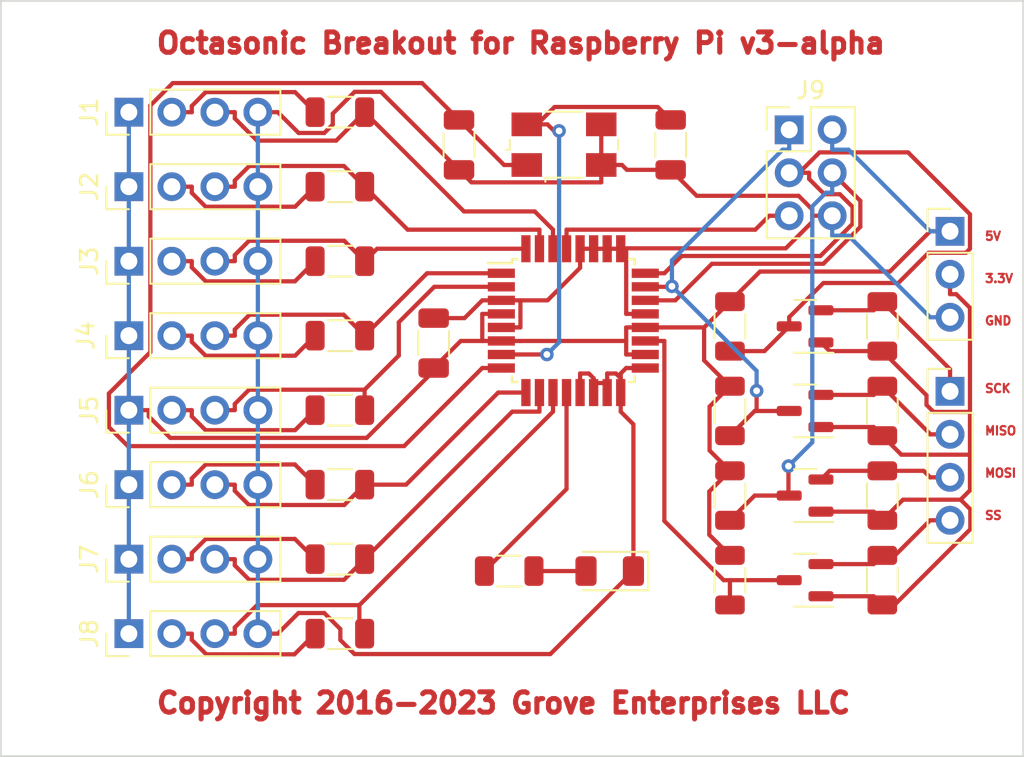
<source format=kicad_pcb>
(kicad_pcb (version 20221018) (generator pcbnew)
  (layers (0 "F.Cu" signal) (31 "B.Cu" signal) (34 "B.Paste" user) (35 "F.Paste" user) (36 "B.SilkS" user "B.Silkscreen") (37 "F.SilkS" user "F.Silkscreen") (38 "B.Mask" user) (39 "F.Mask" user) (44 "Edge.Cuts" user))
  (net 0 "")
  (net 1 "+5V")
  (net 2 "Net-(J1-Pin_2)")
  (net 3 "/PD0")
  (net 4 "GND")
  (net 5 "/PD3")
  (net 6 "/PD4")
  (net 7 "Net-(U1-XTAL1{slash}PB6)")
  (net 8 "Net-(U1-XTAL2{slash}PB7)")
  (net 9 "/PD5")
  (net 10 "/PD6")
  (net 11 "/PD7")
  (net 12 "Net-(D1-A)")
  (net 13 "/MISO_HV")
  (net 14 "/SCK_HV")
  (net 15 "/MOSI_HV")
  (net 16 "/RESET")
  (net 17 "+3.3V")
  (net 18 "/MISO_LV")
  (net 19 "/MOSI_LV")
  (net 20 "/SCK_LV")
  (net 21 "/SS_LV")
  (net 22 "/SS_HV")
  (net 23 "Net-(U1-PB0)")
  (net 24 "/PD1")
  (net 25 "/PD2")
  (net 26 "Net-(J2-Pin_2)")
  (net 27 "Net-(J3-Pin_2)")
  (net 28 "Net-(J4-Pin_2)")
  (net 29 "Net-(J5-Pin_2)")
  (net 30 "Net-(J6-Pin_2)")
  (net 31 "Net-(J7-Pin_2)")
  (net 32 "Net-(J8-Pin_2)")
  (footprint "Resistor_SMD:R_1206_3216Metric" (layer "F.Cu") (at 171.4625 64.6853)
    (fp_text reference "R3" hide)
    (fp_text value "2.2k")
  )
  (footprint "Resistor_SMD:R_1206_3216Metric" (layer "F.Cu") (at 171.4625 82.296)
    (fp_text reference "R7" hide)
    (fp_text value "2.2k")
  )
  (footprint "Connector_PinHeader_2.54mm:PinHeader_1x04_P2.54mm_Vertical" (layer "F.Cu") (at 159 82.296 90)
    (fp_text reference "J7")
    (fp_text value "Conn_01x04_Pin" hide)
  )
  (footprint "Connector_PinHeader_2.54mm:PinHeader_1x04_P2.54mm_Vertical" (layer "F.Cu") (at 159 86.6987 90)
    (fp_text reference "J8")
    (fp_text value "Conn_01x04_Pin" hide)
  )
  (footprint "Connector_PinHeader_2.54mm:PinHeader_1x04_P2.54mm_Vertical" (layer "F.Cu") (at 159 77.8933 90)
    (fp_text reference "J6")
    (fp_text value "Conn_01x04_Pin" hide)
  )
  (footprint "Connector_PinHeader_2.54mm:PinHeader_1x04_P2.54mm_Vertical" (layer "F.Cu") (at 159 64.6853 90)
    (fp_text reference "J3")
    (fp_text value "Conn_01x04_Pin" hide)
  )
  (footprint "Connector_PinHeader_2.54mm:PinHeader_1x04_P2.54mm_Vertical" (layer "F.Cu") (at 159 73.4907 90)
    (fp_text reference "J5")
    (fp_text value "Conn_01x04_Pin" hide)
  )
  (footprint "MountingHole:MountingHole_2.1mm" (layer "F.Cu") (at 207 52.5)
    (fp_text reference "drill2" hide)
    (fp_text value "MountingHole_2.1mm" hide)
  )
  (footprint "Connector_PinHeader_2.54mm:PinHeader_1x04_P2.54mm_Vertical" (layer "F.Cu") (at 159 69.088 90)
    (fp_text reference "J4")
    (fp_text value "Conn_01x04_Pin" hide)
  )
  (footprint "MountingHole:MountingHole_2.1mm" (layer "F.Cu") (at 207 90.5)
    (fp_text reference "drill4" hide)
    (fp_text value "MountingHole_2.1mm" hide)
  )
  (footprint "Resistor_SMD:R_1206_3216Metric" (layer "F.Cu") (at 171.4625 69.088)
    (fp_text reference "R4" hide)
    (fp_text value "2.2k")
  )
  (footprint "Resistor_SMD:R_1206_3216Metric" (layer "F.Cu") (at 194.5 73.5375 90)
    (fp_text reference "R13" hide)
    (fp_text value "10k")
  )
  (footprint "Package_TO_SOT_SMD:SOT-23" (layer "F.Cu") (at 198.9375 78.5375 180)
    (fp_text reference "Q1" hide)
    (fp_text value "BSS138" hide)
  )
  (footprint "Resistor_SMD:R_1206_3216Metric" (layer "F.Cu") (at 171.4625 60.2827)
    (fp_text reference "R2" hide)
    (fp_text value "2.2k")
  )
  (footprint "Capacitor_SMD:C_1206_3216Metric" (layer "F.Cu") (at 191 57.8125 -90)
    (fp_text reference "C2" hide)
    (fp_text value "22pF")
  )
  (footprint "Resistor_SMD:R_1206_3216Metric" (layer "F.Cu") (at 171.4625 77.8933)
    (fp_text reference "R6" hide)
    (fp_text value "2.2k")
  )
  (footprint "Resistor_SMD:R_1206_3216Metric" (layer "F.Cu") (at 171.4625 73.4907)
    (fp_text reference "R5" hide)
    (fp_text value "2.2k")
  )
  (footprint "Connector_PinHeader_2.54mm:PinHeader_2x03_P2.54mm_Vertical" (layer "F.Cu") (at 198 56.92)
    (fp_text reference "J9")
    (fp_text value "AVR-ISP-6" hide)
  )
  (footprint "Resistor_SMD:R_1206_3216Metric" (layer "F.Cu") (at 181.4625 83 180)
    (fp_text reference "R11" hide)
    (fp_text value "330")
  )
  (footprint "Resistor_SMD:R_1206_3216Metric" (layer "F.Cu") (at 194.5 83.5375 90)
    (fp_text reference "R17" hide)
    (fp_text value "10k")
  )
  (footprint "Capacitor_SMD:C_1206_3216Metric" (layer "F.Cu") (at 177 69.525 90)
    (fp_text reference "C3" hide)
    (fp_text value "0.1uF")
  )
  (footprint "Crystal:Crystal_SMD_0603-4Pin_6.0x3.5mm" (layer "F.Cu") (at 184.7 57.8)
    (fp_text reference "Y1" hide)
    (fp_text value "Crystal_GND23" hide)
  )
  (footprint "Connector_PinHeader_2.54mm:PinHeader_1x04_P2.54mm_Vertical" (layer "F.Cu") (at 159 55.88 90)
    (fp_text reference "J1")
    (fp_text value "Conn_01x04_Pin" hide)
  )
  (footprint "Resistor_SMD:R_1206_3216Metric" (layer "F.Cu") (at 203.5 68.5375 -90)
    (fp_text reference "R14" hide)
    (fp_text value "10k")
  )
  (footprint "Connector_PinHeader_2.54mm:PinHeader_1x04_P2.54mm_Vertical" (layer "F.Cu") (at 207.5 72.38)
    (fp_text reference "J11" hide)
    (fp_text value "Conn_01x04_Pin" hide)
  )
  (footprint "Resistor_SMD:R_1206_3216Metric" (layer "F.Cu") (at 203.5 78.5375 -90)
    (fp_text reference "R9" hide)
    (fp_text value "10k")
  )
  (footprint "Capacitor_SMD:C_1206_3216Metric" (layer "F.Cu") (at 178.5 57.8125 -90)
    (fp_text reference "C1" hide)
    (fp_text value "22pF")
  )
  (footprint "MountingHole:MountingHole_2.1mm" (layer "F.Cu") (at 155 52.5)
    (fp_text reference "drill1" hide)
    (fp_text value "MountingHole_2.1mm" hide)
  )
  (footprint "Resistor_SMD:R_1206_3216Metric" (layer "F.Cu") (at 203.5 73.5375 -90)
    (fp_text reference "R12" hide)
    (fp_text value "10k")
  )
  (footprint "Resistor_SMD:R_1206_3216Metric" (layer "F.Cu") (at 203.5 83.5375 -90)
    (fp_text reference "R16" hide)
    (fp_text value "10k")
  )
  (footprint "Connector_PinHeader_2.54mm:PinHeader_1x04_P2.54mm_Vertical" (layer "F.Cu") (at 159 60.2827 90)
    (fp_text reference "J2")
    (fp_text value "Conn_01x04_Pin" hide)
  )
  (footprint "LED_SMD:LED_1206_3216Metric" (layer "F.Cu") (at 187.4 83 180)
    (fp_text reference "D1" hide)
    (fp_text value "LED")
  )
  (footprint "Connector_PinHeader_2.54mm:PinHeader_1x03_P2.54mm_Vertical" (layer "F.Cu") (at 207.5 62.92)
    (fp_text reference "J10" hide)
    (fp_text value "Conn_01x03_Pin" hide)
  )
  (footprint "Package_QFP:TQFP-32_7x7mm_P0.8mm" (layer "F.Cu") (at 185.25 68.2)
    (fp_text reference "U1" hide)
    (fp_text value "ATmega328-A" hide)
  )
  (footprint "Package_TO_SOT_SMD:SOT-23" (layer "F.Cu") (at 198.9375 83.5375 180)
    (fp_text reference "Q4" hide)
    (fp_text value "BSS138" hide)
  )
  (footprint "Package_TO_SOT_SMD:SOT-23" (layer "F.Cu") (at 198.9375 68.5375 180)
    (fp_text reference "Q3" hide)
    (fp_text value "BSS138" hide)
  )
  (footprint "Resistor_SMD:R_1206_3216Metric" (layer "F.Cu") (at 194.5 78.5375 90)
    (fp_text reference "R10" hide)
    (fp_text value "10k")
  )
  (footprint "Package_TO_SOT_SMD:SOT-23" (layer "F.Cu") (at 198.9375 73.5375 180)
    (fp_text reference "Q2" hide)
    (fp_text value "BSS138" hide)
  )
  (footprint "Resistor_SMD:R_1206_3216Metric" (layer "F.Cu") (at 171.4625 86.6987)
    (fp_text reference "R8" hide)
    (fp_text value "2.2k")
  )
  (footprint "MountingHole:MountingHole_2.1mm" (layer "F.Cu") (at 155 90.5)
    (fp_text reference "drill3" hide)
    (fp_text value "MountingHole_2.1mm" hide)
  )
  (footprint "Resistor_SMD:R_1206_3216Metric" (layer "F.Cu") (at 194.5 68.5375 90)
    (fp_text reference "R15" hide)
    (fp_text value "10k")
  )
  (footprint "Resistor_SMD:R_1206_3216Metric" (layer "F.Cu") (at 171.4625 55.88)
    (fp_text reference "R1" hide)
    (fp_text value "2.2k")
  )
  (gr_rect (start 151.44 49.3) (end 211.82 93.94) (stroke (width 0.1)) (fill none) (layer "Edge.Cuts"))
  (gr_text "Octasonic Breakout for Raspberry Pi v3-alpha" (at 160.5 52.5) (layer "F.Cu") (effects (font (size 1.2 1.2) (thickness 0.3) bold) (justify left bottom)))
  (gr_text "5V" (at 209.5 63.5) (layer "F.Cu") (effects (font (size 0.5 0.5) (thickness 0.125) bold) (justify left bottom)))
  (gr_text "MOSI" (at 209.5 77.5) (layer "F.Cu") (effects (font (size 0.5 0.5) (thickness 0.125) bold) (justify left bottom)))
  (gr_text "GND" (at 209.5 68.5) (layer "F.Cu") (effects (font (size 0.5 0.5) (thickness 0.125) bold) (justify left bottom)))
  (gr_text "MISO" (at 209.5 75) (layer "F.Cu") (effects (font (size 0.5 0.5) (thickness 0.125) bold) (justify left bottom)))
  (gr_text "Copyright 2016-2023 Grove Enterprises LLC" (at 160.5 91.5) (layer "F.Cu") (effects (font (size 1.2 1.2) (thickness 0.3) bold) (justify left bottom)))
  (gr_text "SCK" (at 209.5 72.5) (layer "F.Cu") (effects (font (size 0.5 0.5) (thickness 0.125) bold) (justify left bottom)))
  (gr_text "3.3V\n" (at 209.5 66) (layer "F.Cu") (effects (font (size 0.5 0.5) (thickness 0.125) bold) (justify left bottom)))
  (gr_text "SS" (at 209.5 80) (layer "F.Cu") (effects (font (size 0.5 0.5) (thickness 0.125) bold) (justify left bottom)))
  (segment (start 179.8731 69.4) (end 181 69.4) (width 0.25) (layer "F.Cu") (net 1))
  (segment (start 193.2795 80.8545) (end 193.2795 78.2955) (width 0.25) (layer "F.Cu") (net 1))
  (segment (start 188.3731 69.4) (end 182.1269 69.4) (width 0.25) (layer "F.Cu") (net 1))
  (segment (start 194.5 82.075) (end 193.2795 80.8545) (width 0.25) (layer "F.Cu") (net 1))
  (segment (start 196.2768 65.2982) (end 203.9449 65.2982) (width 0.25) (layer "F.Cu") (net 1))
  (segment (start 193.2971 75.8721) (end 193.2971 73.2779) (width 0.25) (layer "F.Cu") (net 1))
  (segment (start 173.0457 75.1293) (end 177 71.175) (width 0.25) (layer "F.Cu") (net 1))
  (segment (start 193.2971 73.2779) (end 194.5 72.075) (width 0.25) (layer "F.Cu") (net 1))
  (segment (start 194.5 67.075) (end 192.975 68.6) (width 0.25) (layer "F.Cu") (net 1))
  (segment (start 203.9449 65.2982) (end 206.3231 62.92) (width 0.25) (layer "F.Cu") (net 1))
  (segment (start 177 71) (end 178.6 69.4) (width 0.25) (layer "F.Cu") (net 1))
  (segment (start 194.5 77.075) (end 193.2971 75.8721) (width 0.25) (layer "F.Cu") (net 1))
  (segment (start 161.4477 75.1293) (end 173.0457 75.1293) (width 0.25) (layer "F.Cu") (net 1))
  (segment (start 189.5 68.6) (end 188.3731 68.6) (width 0.25) (layer "F.Cu") (net 1))
  (segment (start 189.5 70.2) (end 188.3731 70.2) (width 0.25) (layer "F.Cu") (net 1))
  (segment (start 188.3731 68.6) (end 188.3731 69.4) (width 0.25) (layer "F.Cu") (net 1))
  (segment (start 181 67.8) (end 179.8731 67.8) (width 0.25) (layer "F.Cu") (net 1))
  (segment (start 189.8226 68.6) (end 190.5059 68.6) (width 0.25) (layer "F.Cu") (net 1))
  (segment (start 160.1769 73.4907) (end 160.1769 73.8585) (width 0.25) (layer "F.Cu") (net 1))
  (segment (start 179.8731 69.4) (end 179.8731 67.8) (width 0.25) (layer "F.Cu") (net 1))
  (segment (start 160.1769 73.8585) (end 161.4477 75.1293) (width 0.25) (layer "F.Cu") (net 1))
  (segment (start 192.975 68.6) (end 190.5059 68.6) (width 0.25) (layer "F.Cu") (net 1))
  (segment (start 188.3731 69.4) (end 188.3731 70.2) (width 0.25) (layer "F.Cu") (net 1))
  (segment (start 177 71.175) (end 177 71) (width 0.25) (layer "F.Cu") (net 1))
  (segment (start 189.8226 68.6) (end 189.5 68.6) (width 0.25) (layer "F.Cu") (net 1))
  (segment (start 159 73.4907) (end 160.1769 73.4907) (width 0.25) (layer "F.Cu") (net 1))
  (segment (start 178.6 69.4) (end 179.8731 69.4) (width 0.25) (layer "F.Cu") (net 1))
  (segment (start 207.5 62.92) (end 206.3231 62.92) (width 0.25) (layer "F.Cu") (net 1))
  (segment (start 193.2795 78.2955) (end 194.5 77.075) (width 0.25) (layer "F.Cu") (net 1))
  (segment (start 194.5 67.075) (end 196.2768 65.2982) (width 0.25) (layer "F.Cu") (net 1))
  (segment (start 181 69.4) (end 182.1269 69.4) (width 0.25) (layer "F.Cu") (net 1))
  (segment (start 192.975 68.6) (end 192.975 70.55) (width 0.25) (layer "F.Cu") (net 1))
  (segment (start 192.975 70.55) (end 194.5 72.075) (width 0.25) (layer "F.Cu") (net 1))
  (segment (start 206.3231 62.92) (end 201.5 58.0969) (width 0.25) (layer "B.Cu") (net 1))
  (segment (start 201.5 58.0969) (end 200.54 58.0969) (width 0.25) (layer "B.Cu") (net 1))
  (segment (start 207.5 62.92) (end 206.3231 62.92) (width 0.25) (layer "B.Cu") (net 1))
  (segment (start 159 60.2827) (end 159 64.6853) (width 0.25) (layer "B.Cu") (net 1))
  (segment (start 159 55.88) (end 159 60.2827) (width 0.25) (layer "B.Cu") (net 1))
  (segment (start 159 77.8933) (end 159 82.296) (width 0.25) (layer "B.Cu") (net 1))
  (segment (start 159 69.088) (end 159 73.4907) (width 0.25) (layer "B.Cu") (net 1))
  (segment (start 159 73.4907) (end 159 77.8933) (width 0.25) (layer "B.Cu") (net 1))
  (segment (start 159 64.6853) (end 159 69.088) (width 0.25) (layer "B.Cu") (net 1))
  (segment (start 200.54 56.92) (end 200.54 58.0969) (width 0.25) (layer "B.Cu") (net 1))
  (segment (start 159 86.6987) (end 159 82.296) (width 0.25) (layer "B.Cu") (net 1))
  (segment (start 163.52 54.7091) (end 163.5222 54.7091) (width 0.25) (layer "F.Cu") (net 2))
  (segment (start 163.5222 54.7091) (end 163.5364 54.6949) (width 0.25) (layer "F.Cu") (net 2))
  (segment (start 168.8149 54.6949) (end 170 55.88) (width 0.25) (layer "F.Cu") (net 2))
  (segment (start 161.54 55.88) (end 162.7169 55.88) (width 0.25) (layer "F.Cu") (net 2))
  (segment (start 162.7169 55.88) (end 162.7169 55.5122) (width 0.25) (layer "F.Cu") (net 2))
  (segment (start 162.7169 55.5122) (end 163.52 54.7091) (width 0.25) (layer "F.Cu") (net 2))
  (segment (start 163.5364 54.6949) (end 168.8149 54.6949) (width 0.25) (layer "F.Cu") (net 2))
  (segment (start 184.05 63.95) (end 184.05 62.8231) (width 0.25) (layer "F.Cu") (net 3))
  (segment (start 172.925 55.88) (end 171.2448 57.5602) (width 0.25) (layer "F.Cu") (net 3))
  (segment (start 184.05 62.8231) (end 182.9724 61.7455) (width 0.25) (layer "F.Cu") (net 3))
  (segment (start 164.08 55.88) (end 165.2569 55.88) (width 0.25) (layer "F.Cu") (net 3))
  (segment (start 178.7905 61.7455) (end 172.925 55.88) (width 0.25) (layer "F.Cu") (net 3))
  (segment (start 165.2569 56.2478) (end 165.2569 55.88) (width 0.25) (layer "F.Cu") (net 3))
  (segment (start 166.5693 57.5602) (end 165.2569 56.2478) (width 0.25) (layer "F.Cu") (net 3))
  (segment (start 182.9724 61.7455) (end 178.7905 61.7455) (width 0.25) (layer "F.Cu") (net 3))
  (segment (start 171.2448 57.5602) (end 166.5693 57.5602) (width 0.25) (layer "F.Cu") (net 3))
  (segment (start 200.54 62) (end 199.3631 62) (width 0.25) (layer "F.Cu") (net 4))
  (segment (start 188.05 72.45) (end 188.05 73.5769) (width 0.25) (layer "F.Cu") (net 4))
  (segment (start 188.8 74.3269) (end 188.8 83) (width 0.25) (layer "F.Cu") (net 4))
  (segment (start 187.25 63.95) (end 188.05 63.95) (width 0.25) (layer "F.Cu") (net 4))
  (segment (start 183.8953 87.9047) (end 188.8 83) (width 0.25) (layer "F.Cu") (net 4))
  (segment (start 187.25 71.8865) (end 186.45 71.8865) (width 0.25) (layer "F.Cu") (net 4))
  (segment (start 188.05 63.95) (end 188.3731 63.95) (width 0.25) (layer "F.Cu") (net 4))
  (segment (start 191 59.2875) (end 188.4144 59.2875) (width 0.25) (layer "F.Cu") (net 4))
  (segment (start 192.5356 60.8231) (end 191 59.2875) (width 0.25) (layer "F.Cu") (net 4))
  (segment (start 172.3343 54.6771) (end 171.0442 55.9672) (width 0.25) (layer "F.Cu") (net 4))
  (segment (start 171.4911 87.0703) (end 172.3255 87.9047) (width 0.25) (layer "F.Cu") (net 4))
  (segment (start 170.545 85.4805) (end 171.4911 86.4266) (width 0.25) (layer "F.Cu") (net 4))
  (segment (start 169.0252 57.1083) (end 167.7969 55.88) (width 0.25) (layer "F.Cu") (net 4))
  (segment (start 197.8007 63.9254) (end 188.3977 63.9254) (width 0.25) (layer "F.Cu") (net 4))
  (segment (start 179.2394 60.0269) (end 178.5 59.2875) (width 0.25) (layer "F.Cu") (net 4))
  (segment (start 199.3631 62) (end 199.3631 61.6321) (width 0.25) (layer "F.Cu") (net 4))
  (segment (start 188.3731 71) (end 188.05 71.3231) (width 0.25) (layer "F.Cu") (net 4))
  (segment (start 187.25 71.8865) (end 187.25 71.3231) (width 0.25) (layer "F.Cu") (net 4))
  (segment (start 199.3631 62.363) (end 197.8007 63.9254) (width 0.25) (layer "F.Cu") (net 4))
  (segment (start 199.3631 61.6321) (end 198.5541 60.8231) (width 0.25) (layer "F.Cu") (net 4))
  (segment (start 171.0442 56.6091) (end 170.545 57.1083) (width 0.25) (layer "F.Cu") (net 4))
  (segment (start 178.8231 68.05) (end 177 68.05) (width 0.25) (layer "F.Cu") (net 4))
  (segment (start 188.3731 63.95) (end 188.3731 67.8) (width 0.25) (layer "F.Cu") (net 4))
  (segment (start 187.7684 71.3231) (end 187.25 71.3231) (width 0.25) (layer "F.Cu") (net 4))
  (segment (start 181 67) (end 182.1269 67) (width 0.25) (layer "F.Cu") (net 4))
  (segment (start 181 68.6) (end 182.1269 68.6) (width 0.25) (layer "F.Cu") (net 4))
  (segment (start 186.9 60.0269) (end 179.2394 60.0269) (width 0.25) (layer "F.Cu") (net 4))
  (segment (start 166.62 86.6987) (end 167.7969 86.6987) (width 0.25) (layer "F.Cu") (net 4))
  (segment (start 187.25 72.45) (end 187.25 71.8865) (width 0.25) (layer "F.Cu") (net 4))
  (segment (start 188.05 71.8865) (end 188.05 71.6047) (width 0.25) (layer "F.Cu") (net 4))
  (segment (start 188.05 72.45) (end 188.05 71.8865) (width 0.25) (layer "F.Cu") (net 4))
  (segment (start 183.7269 67) (end 185.65 65.0769) (width 0.25) (layer "F.Cu") (net 4))
  (segment (start 166.62 55.88) (end 167.7969 55.88) (width 0.25) (layer "F.Cu") (net 4))
  (segment (start 182.1269 67) (end 183.7269 67) (width 0.25) (layer "F.Cu") (net 4))
  (segment (start 167.7969 86.6987) (end 169.0151 85.4805) (width 0.25) (layer "F.Cu") (net 4))
  (segment (start 189.5 71) (end 188.3731 71) (width 0.25) (layer "F.Cu") (net 4))
  (segment (start 172.3255 87.9047) (end 183.8953 87.9047) (width 0.25) (layer "F.Cu") (net 4))
  (segment (start 171.0442 55.9672) (end 171.0442 56.6091) (width 0.25) (layer "F.Cu") (net 4))
  (segment (start 188.05 73.5769) (end 188.8 74.3269) (width 0.25) (layer "F.Cu") (net 4))
  (segment (start 173.8896 54.6771) (end 172.3343 54.6771) (width 0.25) (layer "F.Cu") (net 4))
  (segment (start 185.65 72.45) (end 185.65 71.3231) (width 0.25) (layer "F.Cu") (net 4))
  (segment (start 188.3977 63.9254) (end 188.3731 63.95) (width 0.25) (layer "F.Cu") (net 4))
  (segment (start 189.5 67.8) (end 188.3731 67.8) (width 0.25) (layer "F.Cu") (net 4))
  (segment (start 185.65 63.95) (end 186.45 63.95) (width 0.25) (layer "F.Cu") (net 4))
  (segment (start 188.4144 59.2875) (end 188.1269 59) (width 0.25) (layer "F.Cu") (net 4))
  (segment (start 182.1269 68.6) (end 182.1269 67) (width 0.25) (layer "F.Cu") (net 4))
  (segment (start 186.9 56.6) (end 186.9 59) (width 0.25) (layer "F.Cu") (net 4))
  (segment (start 171.4911 86.4266) (end 171.4911 87.0703) (width 0.25) (layer "F.Cu") (net 4))
  (segment (start 198.5541 60.8231) (end 192.5356 60.8231) (width 0.25) (layer "F.Cu") (net 4))
  (segment (start 186.45 72.45) (end 186.45 71.8865) (width 0.25) (layer "F.Cu") (net 4))
  (segment (start 186.45 63.95) (end 187.25 63.95) (width 0.25) (layer "F.Cu") (net 4))
  (segment (start 186.45 71.8865) (end 186.45 71.6047) (width 0.25) (layer "F.Cu") (net 4))
  (segment (start 188.05 71.6047) (end 188.05 71.3231) (width 0.25) (layer "F.Cu") (net 4))
  (segment (start 179.8731 67) (end 178.8231 68.05) (width 0.25) (layer "F.Cu") (net 4))
  (segment (start 188.05 71.6047) (end 187.7684 71.3231) (width 0.25) (layer "F.Cu") (net 4))
  (segment (start 199.3631 62) (end 199.3631 62.363) (width 0.25) (layer "F.Cu") (net 4))
  (segment (start 169.0151 85.4805) (end 170.545 85.4805) (width 0.25) (layer "F.Cu") (net 4))
  (segment (start 178.5 59.2875) (end 173.8896 54.6771) (width 0.25) (layer "F.Cu") (net 4))
  (segment (start 185.65 63.95) (end 185.65 65.0769) (width 0.25) (layer "F.Cu") (net 4))
  (segment (start 170.545 57.1083) (end 169.0252 57.1083) (width 0.25) (layer "F.Cu") (net 4))
  (segment (start 186.1684 71.3231) (end 185.65 71.3231) (width 0.25) (layer "F.Cu") (net 4))
  (segment (start 181 67) (end 179.8731 67) (width 0.25) (layer "F.Cu") (net 4))
  (segment (start 186.9 59) (end 188.1269 59) (width 0.25) (layer "F.Cu") (net 4))
  (segment (start 186.9 59) (end 186.9 60.0269) (width 0.25) (layer "F.Cu") (net 4))
  (segment (start 186.45 71.6047) (end 186.1684 71.3231) (width 0.25) (layer "F.Cu") (net 4))
  (segment (start 166.62 86.6987) (end 166.62 82.296) (width 0.25) (layer "B.Cu") (net 4))
  (segment (start 206.3231 68) (end 201.5 63.1769) (width 0.25) (layer "B.Cu") (net 4))
  (segment (start 166.62 60.2827) (end 166.62 64.6853) (width 0.25) (layer "B.Cu") (net 4))
  (segment (start 166.62 55.88) (end 166.62 60.2827) (width 0.25) (layer "B.Cu") (net 4))
  (segment (start 166.62 73.4907) (end 166.62 77.8933) (width 0.25) (layer "B.Cu") (net 4))
  (segment (start 166.62 77.8933) (end 166.62 82.296) (width 0.25) (layer "B.Cu") (net 4))
  (segment (start 207.5 68) (end 206.3231 68) (width 0.25) (layer "B.Cu") (net 4))
  (segment (start 201.5 63.1769) (end 200.54 63.1769) (width 0.25) (layer "B.Cu") (net 4))
  (segment (start 166.62 69.088) (end 166.62 73.4907) (width 0.25) (layer "B.Cu") (net 4))
  (segment (start 200.54 62) (end 200.54 63.1769) (width 0.25) (layer "B.Cu") (net 4))
  (segment (start 166.62 64.6853) (end 166.62 69.088) (width 0.25) (layer "B.Cu") (net 4))
  (segment (start 166.1304 67.8487) (end 165.2569 68.7222) (width 0.25) (layer "F.Cu") (net 5))
  (segment (start 181 65.4) (end 176.613 65.4) (width 0.25) (layer "F.Cu") (net 5))
  (segment (start 172.925 69.088) (end 171.6857 67.8487) (width 0.25) (layer "F.Cu") (net 5))
  (segment (start 165.2569 68.7222) (end 165.2569 69.088) (width 0.25) (layer "F.Cu") (net 5))
  (segment (start 171.6857 67.8487) (end 166.1304 67.8487) (width 0.25) (layer "F.Cu") (net 5))
  (segment (start 176.613 65.4) (end 172.925 69.088) (width 0.25) (layer "F.Cu") (net 5))
  (segment (start 164.08 69.088) (end 165.2569 69.088) (width 0.25) (layer "F.Cu") (net 5))
  (segment (start 165.2569 73.4907) (end 165.2569 73.1229) (width 0.25) (layer "F.Cu") (net 6))
  (segment (start 174.9448 70.2605) (end 172.925 72.2803) (width 0.25) (layer "F.Cu") (net 6))
  (segment (start 172.925 72.2803) (end 172.925 73.4907) (width 0.25) (layer "F.Cu") (net 6))
  (segment (start 166.0995 72.2803) (end 172.925 72.2803) (width 0.25) (layer "F.Cu") (net 6))
  (segment (start 177.04 66.2) (end 174.9448 68.2952) (width 0.25) (layer "F.Cu") (net 6))
  (segment (start 174.9448 68.2952) (end 174.9448 70.2605) (width 0.25) (layer "F.Cu") (net 6))
  (segment (start 181 66.2) (end 177.04 66.2) (width 0.25) (layer "F.Cu") (net 6))
  (segment (start 165.2569 73.1229) (end 166.0995 72.2803) (width 0.25) (layer "F.Cu") (net 6))
  (segment (start 164.08 73.4907) (end 165.2569 73.4907) (width 0.25) (layer "F.Cu") (net 6))
  (segment (start 184.4084 56.9865) (end 184.1134 56.9865) (width 0.25) (layer "F.Cu") (net 7))
  (segment (start 190.2356 55.5731) (end 191 56.3375) (width 0.25) (layer "F.Cu") (net 7))
  (segment (start 184.1404 55.5731) (end 190.2356 55.5731) (width 0.25) (layer "F.Cu") (net 7))
  (segment (start 183.1135 56.6) (end 184.1404 55.5731) (width 0.25) (layer "F.Cu") (net 7))
  (segment (start 184.1134 56.9865) (end 183.7269 56.6) (width 0.25) (layer "F.Cu") (net 7))
  (segment (start 182.5 56.6) (end 183.1135 56.6) (width 0.25) (layer "F.Cu") (net 7))
  (segment (start 183.1135 56.6) (end 183.7269 56.6) (width 0.25) (layer "F.Cu") (net 7))
  (segment (start 181 70.2) (end 183.6887 70.2) (width 0.25) (layer "F.Cu") (net 7))
  (via (at 183.6887 70.2) (size 0.8) (drill 0.4) (layers "F.Cu" "B.Cu") (net 7))
  (via (at 184.4084 56.9865) (size 0.8) (drill 0.4) (layers "F.Cu" "B.Cu") (net 7))
  (segment (start 184.4084 56.9865) (end 184.4084 69.4803) (width 0.25) (layer "B.Cu") (net 7))
  (segment (start 184.4084 69.4803) (end 183.6887 70.2) (width 0.25) (layer "B.Cu") (net 7))
  (segment (start 182.5 59) (end 181.1625 59) (width 0.25) (layer "F.Cu") (net 8))
  (segment (start 176.3211 54.1586) (end 161.593 54.1586) (width 0.25) (layer "F.Cu") (net 8))
  (segment (start 175.2573 75.6158) (end 179.8731 71) (width 0.25) (layer "F.Cu") (net 8))
  (segment (start 157.8231 72.5053) (end 157.8231 74.4961) (width 0.25) (layer "F.Cu") (net 8))
  (segment (start 161.593 54.1586) (end 160.27 55.4816) (width 0.25) (layer "F.Cu") (net 8))
  (segment (start 160.27 70.0584) (end 157.8231 72.5053) (width 0.25) (layer "F.Cu") (net 8))
  (segment (start 158.9428 75.6158) (end 175.2573 75.6158) (width 0.25) (layer "F.Cu") (net 8))
  (segment (start 181 71) (end 179.8731 71) (width 0.25) (layer "F.Cu") (net 8))
  (segment (start 181.1625 59) (end 178.5 56.3375) (width 0.25) (layer "F.Cu") (net 8))
  (segment (start 160.27 55.4816) (end 160.27 70.0584) (width 0.25) (layer "F.Cu") (net 8))
  (segment (start 178.5 56.3375) (end 176.3211 54.1586) (width 0.25) (layer "F.Cu") (net 8))
  (segment (start 157.8231 74.4961) (end 158.9428 75.6158) (width 0.25) (layer "F.Cu") (net 8))
  (segment (start 165.2569 78.2591) (end 165.2569 77.8933) (width 0.25) (layer "F.Cu") (net 9))
  (segment (start 171.7218 79.0965) (end 166.0943 79.0965) (width 0.25) (layer "F.Cu") (net 9))
  (segment (start 164.08 77.8933) (end 165.2569 77.8933) (width 0.25) (layer "F.Cu") (net 9))
  (segment (start 166.0943 79.0965) (end 165.2569 78.2591) (width 0.25) (layer "F.Cu") (net 9))
  (segment (start 182.45 72.45) (end 180.814 72.45) (width 0.25) (layer "F.Cu") (net 9))
  (segment (start 172.925 77.8933) (end 171.7218 79.0965) (width 0.25) (layer "F.Cu") (net 9))
  (segment (start 180.814 72.45) (end 175.3707 77.8933) (width 0.25) (layer "F.Cu") (net 9))
  (segment (start 175.3707 77.8933) (end 172.925 77.8933) (width 0.25) (layer "F.Cu") (net 9))
  (segment (start 164.08 82.296) (end 165.2569 82.296) (width 0.25) (layer "F.Cu") (net 10))
  (segment (start 171.7059 83.5151) (end 172.925 82.296) (width 0.25) (layer "F.Cu") (net 10))
  (segment (start 183.25 72.45) (end 183.25 73.5769) (width 0.25) (layer "F.Cu") (net 10))
  (segment (start 183.25 73.5769) (end 181.6441 73.5769) (width 0.25) (layer "F.Cu") (net 10))
  (segment (start 165.2569 82.296) (end 165.2569 82.6638) (width 0.25) (layer "F.Cu") (net 10))
  (segment (start 181.6441 73.5769) (end 172.925 82.296) (width 0.25) (layer "F.Cu") (net 10))
  (segment (start 166.1082 83.5151) (end 171.7059 83.5151) (width 0.25) (layer "F.Cu") (net 10))
  (segment (start 165.2569 82.6638) (end 166.1082 83.5151) (width 0.25) (layer "F.Cu") (net 10))
  (segment (start 164.08 86.6987) (end 165.2569 86.6987) (width 0.25) (layer "F.Cu") (net 11))
  (segment (start 166.5744 85.0134) (end 172.6135 85.0134) (width 0.25) (layer "F.Cu") (net 11))
  (segment (start 172.6135 86.3872) (end 172.925 86.6987) (width 0.25) (layer "F.Cu") (net 11))
  (segment (start 165.2569 86.3309) (end 166.5744 85.0134) (width 0.25) (layer "F.Cu") (net 11))
  (segment (start 184.05 72.45) (end 184.05 73.5769) (width 0.25) (layer "F.Cu") (net 11))
  (segment (start 172.6135 85.0134) (end 184.05 73.5769) (width 0.25) (layer "F.Cu") (net 11))
  (segment (start 165.2569 86.6987) (end 165.2569 86.3309) (width 0.25) (layer "F.Cu") (net 11))
  (segment (start 172.6135 85.0134) (end 172.6135 86.3872) (width 0.25) (layer "F.Cu") (net 11))
  (segment (start 186 83) (end 182.925 83) (width 0.25) (layer "F.Cu") (net 12))
  (segment (start 196.0758 72.3456) (end 196.0758 73.5375) (width 0.25) (layer "F.Cu") (net 13))
  (segment (start 189.5 66.2) (end 191.0446 66.2) (width 0.25) (layer "F.Cu") (net 13))
  (segment (start 198 73.5375) (end 196.0758 73.5375) (width 0.25) (layer "F.Cu") (net 13))
  (segment (start 195.9625 73.5375) (end 194.5 75) (width 0.25) (layer "F.Cu") (net 13))
  (segment (start 196.0758 73.5375) (end 195.9625 73.5375) (width 0.25) (layer "F.Cu") (net 13))
  (segment (start 191.0446 66.2) (end 191.0749 66.1697) (width 0.25) (layer "F.Cu") (net 13))
  (via (at 191.0749 66.1697) (size 0.8) (drill 0.4) (layers "F.Cu" "B.Cu") (net 13))
  (via (at 196.0758 72.3456) (size 0.8) (drill 0.4) (layers "F.Cu" "B.Cu") (net 13))
  (segment (start 191.0749 64.6358) (end 197.6138 58.0969) (width 0.25) (layer "B.Cu") (net 13))
  (segment (start 197.6138 58.0969) (end 198 58.0969) (width 0.25) (layer "B.Cu") (net 13))
  (segment (start 191.0749 66.1697) (end 196.0758 71.1706) (width 0.25) (layer "B.Cu") (net 13))
  (segment (start 196.0758 71.1706) (end 196.0758 72.3456) (width 0.25) (layer "B.Cu") (net 13))
  (segment (start 198 56.92) (end 198 58.0969) (width 0.25) (layer "B.Cu") (net 13))
  (segment (start 191.0749 66.1697) (end 191.0749 64.6358) (width 0.25) (layer "B.Cu") (net 13))
  (segment (start 208.6769 61.9131) (end 208.6769 63.9496) (width 0.25) (layer "F.Cu") (net 14))
  (segment (start 208.4365 64.19) (end 206.23 64.19) (width 0.25) (layer "F.Cu") (net 14))
  (segment (start 200.9944 60.73) (end 201.7417 61.4773) (width 0.25) (layer "F.Cu") (net 14))
  (segment (start 191.6481 64.3788) (end 190.6269 65.4) (width 0.25) (layer "F.Cu") (net 14))
  (segment (start 196.5375 70) (end 194.5 70) (width 0.25) (layer "F.Cu") (net 14))
  (segment (start 205.0188 58.255) (end 208.6769 61.9131) (width 0.25) (layer "F.Cu") (net 14))
  (segment (start 189.5 65.4) (end 190.6269 65.4) (width 0.25) (layer "F.Cu") (net 14))
  (segment (start 198 67.9941) (end 198 68.5375) (width 0.25) (layer "F.Cu") (net 14))
  (segment (start 200.0189 65.9752) (end 198 67.9941) (width 0.25) (layer "F.Cu") (net 14))
  (segment (start 199.8411 64.3788) (end 191.6481 64.3788) (width 0.25) (layer "F.Cu") (net 14))
  (segment (start 199.1769 59.8258) (end 200.0811 60.73) (width 0.25) (layer "F.Cu") (net 14))
  (segment (start 204.4448 65.9752) (end 200.0189 65.9752) (width 0.25) (layer "F.Cu") (net 14))
  (segment (start 199.1769 59.46) (end 199.1769 59.8258) (width 0.25) (layer "F.Cu") (net 14))
  (segment (start 206.23 64.19) (end 204.4448 65.9752) (width 0.25) (layer "F.Cu") (net 14))
  (segment (start 198.5885 59.46) (end 199.1769 59.46) (width 0.25) (layer "F.Cu") (net 14))
  (segment (start 198 59.46) (end 198.5885 59.46) (width 0.25) (layer "F.Cu") (net 14))
  (segment (start 198.5885 59.46) (end 199.7935 58.255) (width 0.25) (layer "F.Cu") (net 14))
  (segment (start 201.7417 62.4782) (end 199.8411 64.3788) (width 0.25) (layer "F.Cu") (net 14))
  (segment (start 201.7417 61.4773) (end 201.7417 62.4782) (width 0.25) (layer "F.Cu") (net 14))
  (segment (start 200.0811 60.73) (end 200.9944 60.73) (width 0.25) (layer "F.Cu") (net 14))
  (segment (start 198 68.5375) (end 196.5375 70) (width 0.25) (layer "F.Cu") (net 14))
  (segment (start 208.6769 63.9496) (end 208.4365 64.19) (width 0.25) (layer "F.Cu") (net 14))
  (segment (start 199.7935 58.255) (end 205.0188 58.255) (width 0.25) (layer "F.Cu") (net 14))
  (segment (start 198 78.5375) (end 195.9625 78.5375) (width 0.25) (layer "F.Cu") (net 15))
  (segment (start 202.2011 61.1211) (end 202.2011 62.6579) (width 0.25) (layer "F.Cu") (net 15))
  (segment (start 200.54 59.46) (end 202.2011 61.1211) (width 0.25) (layer "F.Cu") (net 15))
  (segment (start 191.2748 67) (end 189.5 67) (width 0.25) (layer "F.Cu") (net 15))
  (segment (start 197.9563 78.4938) (end 198 78.5375) (width 0.25) (layer "F.Cu") (net 15))
  (segment (start 193.4364 64.8384) (end 191.2748 67) (width 0.25) (layer "F.Cu") (net 15))
  (segment (start 202.2011 62.6579) (end 200.0206 64.8384) (width 0.25) (layer "F.Cu") (net 15))
  (segment (start 195.9625 78.5375) (end 194.5 80) (width 0.25) (layer "F.Cu") (net 15))
  (segment (start 197.9563 76.7967) (end 197.9563 78.4938) (width 0.25) (layer "F.Cu") (net 15))
  (segment (start 200.0206 64.8384) (end 193.4364 64.8384) (width 0.25) (layer "F.Cu") (net 15))
  (via (at 197.9563 76.7967) (size 0.8) (drill 0.4) (layers "F.Cu" "B.Cu") (net 15))
  (segment (start 200.54 59.46) (end 200.54 60.6369) (width 0.25) (layer "B.Cu") (net 15))
  (segment (start 199.3631 75.3899) (end 197.9563 76.7967) (width 0.25) (layer "B.Cu") (net 15))
  (segment (start 200.1721 60.6369) (end 199.3631 61.4459) (width 0.25) (layer "B.Cu") (net 15))
  (segment (start 199.3631 61.4459) (end 199.3631 75.3899) (width 0.25) (layer "B.Cu") (net 15))
  (segment (start 200.54 60.6369) (end 200.1721 60.6369) (width 0.25) (layer "B.Cu") (net 15))
  (segment (start 184.85 62.8231) (end 196 62.8231) (width 0.25) (layer "F.Cu") (net 16))
  (segment (start 196 62.8231) (end 196.8231 62) (width 0.25) (layer "F.Cu") (net 16))
  (segment (start 184.85 63.95) (end 184.85 62.8231) (width 0.25) (layer "F.Cu") (net 16))
  (segment (start 198 62) (end 196.8231 62) (width 0.25) (layer "F.Cu") (net 16))
  (segment (start 203.5 85) (end 202.9875 84.4875) (width 0.25) (layer "F.Cu") (net 17))
  (segment (start 203.5 85) (end 204.2203 85) (width 0.25) (layer "F.Cu") (net 17))
  (segment (start 207.8679 66.6369) (end 208.6769 67.4459) (width 0.25) (layer "F.Cu") (net 17))
  (segment (start 203.5 75) (end 204.6218 76.1218) (width 0.25) (layer "F.Cu") (net 17))
  (segment (start 202.9875 84.4875) (end 199.875 84.4875) (width 0.25) (layer "F.Cu") (net 17))
  (segment (start 208.6974 79.3528) (end 208.1247 78.7801) (width 0.25) (layer "F.Cu") (net 17))
  (segment (start 208.6769 78.2279) (end 208.1247 78.7801) (width 0.25) (layer "F.Cu") (net 17))
  (segment (start 206.1091 73.1784) (end 206.5217 73.591) (width 0.25) (layer "F.Cu") (net 17))
  (segment (start 208.6769 73.591) (end 208.6769 76.1218) (width 0.25) (layer "F.Cu") (net 17))
  (segment (start 200.3875 70) (end 199.875 69.4875) (width 0.25) (layer "F.Cu") (net 17))
  (segment (start 204.6218 76.1218) (end 208.6769 76.1218) (width 0.25) (layer "F.Cu") (net 17))
  (segment (start 203.5 80) (end 202.9875 79.4875) (width 0.25) (layer "F.Cu") (net 17))
  (segment (start 202.9875 79.4875) (end 199.875 79.4875) (width 0.25) (layer "F.Cu") (net 17))
  (segment (start 203.5 75) (end 202.9875 74.4875) (width 0.25) (layer "F.Cu") (net 17))
  (segment (start 204.2203 85) (end 208.6974 80.5229) (width 0.25) (layer "F.Cu") (net 17))
  (segment (start 208.6974 80.5229) (end 208.6974 79.3528) (width 0.25) (layer "F.Cu") (net 17))
  (segment (start 203.5 70) (end 200.3875 70) (width 0.25) (layer "F.Cu") (net 17))
  (segment (start 207.5 65.46) (end 207.5 66.6369) (width 0.25) (layer "F.Cu") (net 17))
  (segment (start 203.5 80) (end 204.7199 78.7801) (width 0.25) (layer "F.Cu") (net 17))
  (segment (start 204.7199 78.7801) (end 208.1247 78.7801) (width 0.25) (layer "F.Cu") (net 17))
  (segment (start 207.5 66.6369) (end 207.8679 66.6369) (width 0.25) (layer "F.Cu") (net 17))
  (segment (start 202.9875 74.4875) (end 199.875 74.4875) (width 0.25) (layer "F.Cu") (net 17))
  (segment (start 208.6769 67.4459) (end 208.6769 73.591) (width 0.25) (layer "F.Cu") (net 17))
  (segment (start 206.1091 72.6091) (end 206.1091 73.1784) (width 0.25) (layer "F.Cu") (net 17))
  (segment (start 203.5 70) (end 206.1091 72.6091) (width 0.25) (layer "F.Cu") (net 17))
  (segment (start 208.6769 76.1218) (end 208.6769 78.2279) (width 0.25) (layer "F.Cu") (net 17))
  (segment (start 206.5217 73.591) (end 208.6769 73.591) (width 0.25) (layer "F.Cu") (net 17))
  (segment (start 207.5 74.92) (end 206.3231 74.92) (width 0.25) (layer "F.Cu") (net 18))
  (segment (start 206.3231 74.92) (end 206.3231 74.8981) (width 0.25) (layer "F.Cu") (net 18))
  (segment (start 206.3231 74.8981) (end 203.5 72.075) (width 0.25) (layer "F.Cu") (net 18))
  (segment (start 203.5 72.075) (end 202.9875 72.5875) (width 0.25) (layer "F.Cu") (net 18))
  (segment (start 202.9875 72.5875) (end 199.875 72.5875) (width 0.25) (layer "F.Cu") (net 18))
  (segment (start 205.9381 77.075) (end 203.5 77.075) (width 0.25) (layer "F.Cu") (net 19))
  (segment (start 200.3875 77.075) (end 199.875 77.5875) (width 0.25) (layer "F.Cu") (net 19))
  (segment (start 207.5 77.46) (end 206.3231 77.46) (width 0.25) (layer "F.Cu") (net 19))
  (segment (start 203.5 77.075) (end 200.3875 77.075) (width 0.25) (layer "F.Cu") (net 19))
  (segment (start 206.3231 77.46) (end 205.9381 77.075) (width 0.25) (layer "F.Cu") (net 19))
  (segment (start 207.5 72.38) (end 207.5 71.2031) (width 0.25) (layer "F.Cu") (net 20))
  (segment (start 207.5 71.2031) (end 207.5 71.075) (width 0.25) (layer "F.Cu") (net 20))
  (segment (start 202.9875 67.5875) (end 203.5 67.075) (width 0.25) (layer "F.Cu") (net 20))
  (segment (start 199.875 67.5875) (end 202.9875 67.5875) (width 0.25) (layer "F.Cu") (net 20))
  (segment (start 207.5 71.075) (end 203.5 67.075) (width 0.25) (layer "F.Cu") (net 20))
  (segment (start 204.2481 82.075) (end 206.3231 80) (width 0.25) (layer "F.Cu") (net 21))
  (segment (start 203.5 82.075) (end 204.2481 82.075) (width 0.25) (layer "F.Cu") (net 21))
  (segment (start 202.9875 82.5875) (end 203.5 82.075) (width 0.25) (layer "F.Cu") (net 21))
  (segment (start 199.875 82.5875) (end 202.9875 82.5875) (width 0.25) (layer "F.Cu") (net 21))
  (segment (start 207.5 80) (end 206.3231 80) (width 0.25) (layer "F.Cu") (net 21))
  (segment (start 189.5 69.4) (end 190.6269 69.4) (width 0.25) (layer "F.Cu") (net 22))
  (segment (start 190.6269 69.4) (end 190.6269 80.0361) (width 0.25) (layer "F.Cu") (net 22))
  (segment (start 190.6269 80.0361) (end 194.1283 83.5375) (width 0.25) (layer "F.Cu") (net 22))
  (segment (start 194.5 83.5375) (end 198 83.5375) (width 0.25) (layer "F.Cu") (net 22))
  (segment (start 194.1283 83.5375) (end 194.5 83.5375) (width 0.25) (layer "F.Cu") (net 22))
  (segment (start 194.5 85) (end 194.5 83.5375) (width 0.25) (layer "F.Cu") (net 22))
  (segment (start 184.85 72.45) (end 184.85 78.15) (width 0.25) (layer "F.Cu") (net 23))
  (segment (start 184.85 78.15) (end 180 83) (width 0.25) (layer "F.Cu") (net 23))
  (segment (start 166.1122 59.0596) (end 171.7019 59.0596) (width 0.25) (layer "F.Cu") (net 24))
  (segment (start 165.2569 59.9149) (end 166.1122 59.0596) (width 0.25) (layer "F.Cu") (net 24))
  (segment (start 171.7019 59.0596) (end 172.925 60.2827) (width 0.25) (layer "F.Cu") (net 24))
  (segment (start 164.08 60.2827) (end 165.2569 60.2827) (width 0.25) (layer "F.Cu") (net 24))
  (segment (start 175.4654 62.8231) (end 172.925 60.2827) (width 0.25) (layer "F.Cu") (net 24))
  (segment (start 183.25 63.95) (end 183.25 62.8231) (width 0.25) (layer "F.Cu") (net 24))
  (segment (start 183.25 62.8231) (end 175.4654 62.8231) (width 0.25) (layer "F.Cu") (net 24))
  (segment (start 165.2569 60.2827) (end 165.2569 59.9149) (width 0.25) (layer "F.Cu") (net 24))
  (segment (start 182.45 63.95) (end 173.6603 63.95) (width 0.25) (layer "F.Cu") (net 25))
  (segment (start 164.08 64.6853) (end 165.2569 64.6853) (width 0.25) (layer "F.Cu") (net 25))
  (segment (start 173.6603 63.95) (end 172.925 64.6853) (width 0.25) (layer "F.Cu") (net 25))
  (segment (start 166.0979 63.4785) (end 165.2569 64.3195) (width 0.25) (layer "F.Cu") (net 25))
  (segment (start 172.925 64.6853) (end 171.7182 63.4785) (width 0.25) (layer "F.Cu") (net 25))
  (segment (start 171.7182 63.4785) (end 166.0979 63.4785) (width 0.25) (layer "F.Cu") (net 25))
  (segment (start 165.2569 64.3195) (end 165.2569 64.6853) (width 0.25) (layer "F.Cu") (net 25))
  (segment (start 161.54 60.2827) (end 162.7169 60.2827) (width 0.25) (layer "F.Cu") (net 26))
  (segment (start 163.5329 61.4665) (end 168.8162 61.4665) (width 0.25) (layer "F.Cu") (net 26))
  (segment (start 162.7169 60.6505) (end 163.5329 61.4665) (width 0.25) (layer "F.Cu") (net 26))
  (segment (start 162.7169 60.2827) (end 162.7169 60.6505) (width 0.25) (layer "F.Cu") (net 26))
  (segment (start 168.8162 61.4665) (end 170 60.2827) (width 0.25) (layer "F.Cu") (net 26))
  (segment (start 162.7169 64.6853) (end 162.7169 65.0531) (width 0.25) (layer "F.Cu") (net 27))
  (segment (start 162.7169 65.0531) (end 163.5404 65.8766) (width 0.25) (layer "F.Cu") (net 27))
  (segment (start 163.5404 65.8766) (end 168.8087 65.8766) (width 0.25) (layer "F.Cu") (net 27))
  (segment (start 161.54 64.6853) (end 162.7169 64.6853) (width 0.25) (layer "F.Cu") (net 27))
  (segment (start 168.8087 65.8766) (end 170 64.6853) (width 0.25) (layer "F.Cu") (net 27))
  (segment (start 161.54 69.088) (end 162.7169 69.088) (width 0.25) (layer "F.Cu") (net 28))
  (segment (start 162.7169 69.4558) (end 163.5329 70.2718) (width 0.25) (layer "F.Cu") (net 28))
  (segment (start 168.8162 70.2718) (end 170 69.088) (width 0.25) (layer "F.Cu") (net 28))
  (segment (start 163.5329 70.2718) (end 168.8162 70.2718) (width 0.25) (layer "F.Cu") (net 28))
  (segment (start 162.7169 69.088) (end 162.7169 69.4558) (width 0.25) (layer "F.Cu") (net 28))
  (segment (start 168.819 74.6717) (end 170 73.4907) (width 0.25) (layer "F.Cu") (net 29))
  (segment (start 161.54 73.4907) (end 162.7169 73.4907) (width 0.25) (layer "F.Cu") (net 29))
  (segment (start 163.5301 74.6717) (end 168.819 74.6717) (width 0.25) (layer "F.Cu") (net 29))
  (segment (start 162.7169 73.4907) (end 162.7169 73.8585) (width 0.25) (layer "F.Cu") (net 29))
  (segment (start 162.7169 73.8585) (end 163.5301 74.6717) (width 0.25) (layer "F.Cu") (net 29))
  (segment (start 162.7169 77.5255) (end 163.5427 76.6997) (width 0.25) (layer "F.Cu") (net 30))
  (segment (start 162.7169 77.8933) (end 162.7169 77.5255) (width 0.25) (layer "F.Cu") (net 30))
  (segment (start 168.8064 76.6997) (end 170 77.8933) (width 0.25) (layer "F.Cu") (net 30))
  (segment (start 163.5427 76.6997) (end 168.8064 76.6997) (width 0.25) (layer "F.Cu") (net 30))
  (segment (start 161.54 77.8933) (end 162.7169 77.8933) (width 0.25) (layer "F.Cu") (net 30))
  (segment (start 168.8053 81.1013) (end 170 82.296) (width 0.25) (layer "F.Cu") (net 31))
  (segment (start 162.7169 82.296) (end 162.7169 81.9282) (width 0.25) (layer "F.Cu") (net 31))
  (segment (start 163.5438 81.1013) (end 168.8053 81.1013) (width 0.25) (layer "F.Cu") (net 31))
  (segment (start 161.54 82.296) (end 162.7169 82.296) (width 0.25) (layer "F.Cu") (net 31))
  (segment (start 162.7169 81.9282) (end 163.5438 81.1013) (width 0.25) (layer "F.Cu") (net 31))
  (segment (start 162.7169 87.0665) (end 163.5705 87.9201) (width 0.25) (layer "F.Cu") (net 32))
  (segment (start 163.5705 87.9201) (end 168.7786 87.9201) (width 0.25) (layer "F.Cu") (net 32))
  (segment (start 168.7786 87.9201) (end 170 86.6987) (width 0.25) (layer "F.Cu") (net 32))
  (segment (start 161.54 86.6987) (end 162.7169 86.6987) (width 0.25) (layer "F.Cu") (net 32))
  (segment (start 162.7169 86.6987) (end 162.7169 87.0665) (width 0.25) (layer "F.Cu") (net 32))
)
</source>
